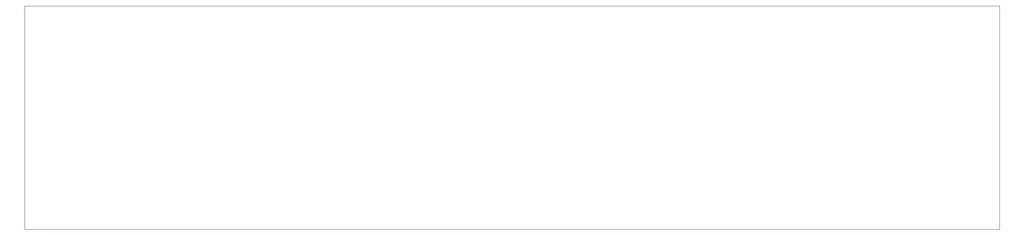
<source format=gm1>
%TF.GenerationSoftware,KiCad,Pcbnew,(6.0.2)*%
%TF.CreationDate,2023-03-26T00:57:02-07:00*%
%TF.ProjectId,cap-sensors-1-ch-dome-switches,6361702d-7365-46e7-936f-72732d312d63,rev?*%
%TF.SameCoordinates,Original*%
%TF.FileFunction,Profile,NP*%
%FSLAX46Y46*%
G04 Gerber Fmt 4.6, Leading zero omitted, Abs format (unit mm)*
G04 Created by KiCad (PCBNEW (6.0.2)) date 2023-03-26 00:57:02*
%MOMM*%
%LPD*%
G01*
G04 APERTURE LIST*
%TA.AperFunction,Profile*%
%ADD10C,0.100000*%
%TD*%
G04 APERTURE END LIST*
D10*
X202500000Y-130500000D02*
X21000000Y-130500000D01*
X21000000Y-130500000D02*
X21000000Y-88750000D01*
X21000000Y-88750000D02*
X202500000Y-88750000D01*
X202500000Y-88750000D02*
X202500000Y-130500000D01*
M02*

</source>
